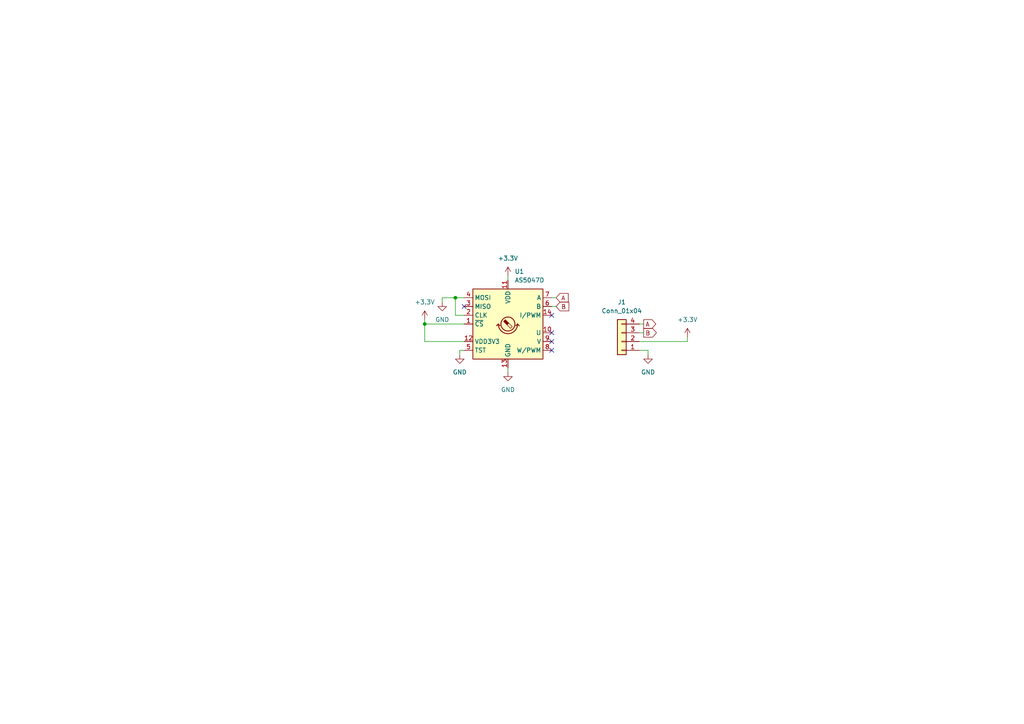
<source format=kicad_sch>
(kicad_sch (version 20230121) (generator eeschema)
  (paper "A4")
  (lib_symbols
    (symbol "Connector_Generic:Conn_01x04" (pin_names (offset 1.016) hide)
      (property "Reference" "J" (at 0 5.08 0))
      (property "Value" "Conn_01x04" (at 0 -7.62 0))
      (symbol "Conn_01x04_1_1"
        (rectangle (start -1.27 -4.953) (end 0 -5.207) (stroke (width 0.1524)))
        (rectangle (start -1.27 -2.413) (end 0 -2.667) (stroke (width 0.1524)))
        (rectangle (start -1.27 0.127) (end 0 -0.127) (stroke (width 0.1524)))
        (rectangle (start -1.27 2.667) (end 0 2.413) (stroke (width 0.1524)))
        (rectangle (start -1.27 3.81) (end 1.27 -6.35) (stroke (width 0.254)) (fill (type background)))
        (pin passive line (at -5.08 2.54 0) (length 3.81) (name "Pin_1") (number "1"))
        (pin passive line (at -5.08 0 0) (length 3.81) (name "Pin_2") (number "2"))
        (pin passive line (at -5.08 -2.54 0) (length 3.81) (name "Pin_3") (number "3"))
        (pin passive line (at -5.08 -5.08 0) (length 3.81) (name "Pin_4") (number "4"))
      )
    )
    (symbol "HS_Encoder:AS5047D"
      (property "Reference" "U" (at -8.89 11.43 0))
      (property "Value" "AS5047D" (at 5.08 11.43 0))
      (symbol "AS5047D_1_1"
        (rectangle (start -10.16 10.16) (end 10.16 -10.16) (stroke (width 0.254)) (fill (type background)))
        (arc (start -2.794 0) (mid 0 -2.7819) (end 2.794 0) (stroke (width 0.254)))
        (polyline (pts (xy -2.794 0) (xy -3.302 -0.508)) (stroke (width 0.254)))
        (polyline (pts (xy -2.794 0) (xy -2.286 -0.508)) (stroke (width 0.254)))
        (polyline (pts (xy 2.794 0) (xy 2.286 -0.508)) (stroke (width 0.254)))
        (polyline (pts (xy 2.794 0) (xy 3.302 -0.508)) (stroke (width 0.254)))
        (polyline (pts (xy 0.254 0.254) (xy 1.27 -0.762) (xy 0.762 -1.27) (xy -0.254 -0.254)))
        (polyline (pts (xy -0.762 1.27) (xy 0.254 0.254) (xy -0.254 -0.254) (xy -1.27 0.762) (xy -1.016 1.016) (xy -0.762 1.27) (xy -0.635 1.143)) (fill (type outline)))
        (circle (center 0 0) (radius 2.032) (stroke (width 0.254)))
        (pin input line (at -12.7 0 0) (length 2.54) (name "~{CS}") (number "1"))
        (pin output line (at 12.7 -2.54 180) (length 2.54) (name "U") (number "10"))
        (pin power_in line (at 0 12.7 270) (length 2.54) (name "VDD") (number "11"))
        (pin power_out line (at -12.7 -5.08 0) (length 2.54) (name "VDD3V3") (number "12"))
        (pin power_in line (at 0 -12.7 90) (length 2.54) (name "GND") (number "13"))
        (pin output line (at 12.7 2.54 180) (length 2.54) (name "I/PWM") (number "14"))
        (pin input line (at -12.7 2.54 0) (length 2.54) (name "CLK") (number "2"))
        (pin output line (at -12.7 5.08 0) (length 2.54) (name "MISO") (number "3"))
        (pin input line (at -12.7 7.62 0) (length 2.54) (name "MOSI") (number "4"))
        (pin input line (at -12.7 -7.62 0) (length 2.54) (name "TST") (number "5"))
        (pin output line (at 12.7 5.08 180) (length 2.54) (name "B") (number "6"))
        (pin output line (at 12.7 7.62 180) (length 2.54) (name "A") (number "7"))
        (pin output line (at 12.7 -7.62 180) (length 2.54) (name "W/PWM") (number "8"))
        (pin output line (at 12.7 -5.08 180) (length 2.54) (name "V") (number "9"))
      )
    )
    (symbol "power:+3.3V" (power) (pin_names (offset 0))
      (property "Value" "+3.3V" (at 0 3.556 0))
      (symbol "+3.3V_0_1"
        (polyline (pts (xy -0.762 1.27) (xy 0 2.54)))
        (polyline (pts (xy 0 0) (xy 0 2.54)))
        (polyline (pts (xy 0 2.54) (xy 0.762 1.27)))
      )
      (symbol "+3.3V_1_1"
        (pin power_in line (at 0 0 90) (length 0) hide (name "+3.3V") (number "1"))
      )
    )
    (symbol "power:GND" (power) (pin_names (offset 0))
      (property "Value" "GND" (at 0 -3.81 0))
      (symbol "GND_0_1"
        (polyline (pts (xy 0 0) (xy 0 -1.27) (xy 1.27 -1.27) (xy 0 -2.54) (xy -1.27 -1.27) (xy 0 -1.27)))
      )
      (symbol "GND_1_1"
        (pin power_in line (at 0 0 270) (length 0) hide (name "GND") (number "1"))
      )
    )
  )
  (junction (at 132.08 86.36))
  (junction (at 123.19 93.98))
  (no_connect (at 160.02 99.06))
  (no_connect (at 134.62 88.9))
  (no_connect (at 160.02 101.6))
  (no_connect (at 160.02 96.52))
  (no_connect (at 160.02 91.44))
  (wire (pts (xy 123.19 93.98) (xy 123.19 92.71)))
  (wire (pts (xy 132.08 91.44) (xy 132.08 86.36)))
  (wire (pts (xy 134.62 101.6) (xy 133.35 101.6)))
  (wire (pts (xy 133.35 101.6) (xy 133.35 102.87)))
  (wire (pts (xy 123.19 93.98) (xy 134.62 93.98)))
  (wire (pts (xy 147.32 107.95) (xy 147.32 106.68)))
  (wire (pts (xy 132.08 86.36) (xy 134.62 86.36)))
  (wire (pts (xy 199.39 97.79) (xy 199.39 99.06)))
  (wire (pts (xy 187.96 102.87) (xy 187.96 101.6)))
  (wire (pts (xy 128.27 87.63) (xy 128.27 86.36)))
  (wire (pts (xy 186.69 93.98) (xy 185.42 93.98)))
  (wire (pts (xy 134.62 99.06) (xy 123.19 99.06)))
  (wire (pts (xy 161.29 88.9) (xy 160.02 88.9)))
  (wire (pts (xy 134.62 91.44) (xy 132.08 91.44)))
  (wire (pts (xy 185.42 101.6) (xy 187.96 101.6)))
  (wire (pts (xy 161.29 86.36) (xy 160.02 86.36)))
  (wire (pts (xy 147.32 80.01) (xy 147.32 81.28)))
  (wire (pts (xy 185.42 99.06) (xy 199.39 99.06)))
  (wire (pts (xy 128.27 86.36) (xy 132.08 86.36)))
  (wire (pts (xy 123.19 99.06) (xy 123.19 93.98)))
  (wire (pts (xy 186.69 96.52) (xy 185.42 96.52)))
  (global_label "A" (shape input) (at 161.29 86.36 0) (property "Intersheetrefs" "${INTERSHEET_REFS}" (effects hide)))
  (global_label "B" (shape output) (at 186.69 96.52 0) (property "Intersheetrefs" "${INTERSHEET_REFS}" (effects hide)))
  (global_label "A" (shape output) (at 186.69 93.98 0) (property "Intersheetrefs" "${INTERSHEET_REFS}" (effects hide)))
  (global_label "B" (shape input) (at 161.29 88.9 0) (property "Intersheetrefs" "${INTERSHEET_REFS}" (effects hide)))
  (symbol (lib_id "power:GND") (at 147.32 107.95 0) (unit 1)
    (property "Reference" "#PWR03" (effects hide))
    (property "Value" "GND" (at 147.32 113.03 0))
  )
  (symbol (lib_id "power:GND") (at 187.96 102.87 0) (unit 1)
    (property "Reference" "#PWR06" (effects hide))
    (property "Value" "GND" (at 187.96 107.95 0))
  )
  (symbol (lib_id "power:+3.3V") (at 147.32 80.01 0) (unit 1)
    (property "Reference" "#PWR02" (effects hide))
    (property "Value" "+3.3V" (at 147.32 74.93 0))
  )
  (symbol (lib_id "power:GND") (at 133.35 102.87 0) (unit 1)
    (property "Reference" "#PWR04" (effects hide))
    (property "Value" "GND" (at 133.35 107.95 0))
  )
  (symbol (lib_id "power:+3.3V") (at 123.19 92.71 0) (unit 1)
    (property "Reference" "#PWR01" (effects hide))
    (property "Value" "+3.3V" (at 123.19 87.63 0))
  )
  (symbol (lib_id "power:+3.3V") (at 199.39 97.79 0) (unit 1)
    (property "Reference" "#PWR07" (effects hide))
    (property "Value" "+3.3V" (at 199.39 92.71 0))
  )
  (symbol (lib_id "power:GND") (at 128.27 87.63 0) (unit 1)
    (property "Reference" "#PWR05" (effects hide))
    (property "Value" "GND" (at 128.27 92.71 0))
  )
  (symbol (lib_id "HS_Encoder:AS5047D") (at 147.32 93.98 0) (unit 1)
    (property "Reference" "U1" (at 149.2759 78.74 0) (effects (justify left)))
    (property "Value" "AS5047D" (at 149.2759 81.28 0) (effects (justify left)))
    (property "Footprint" "Package_SO_HS:TSSOP-14_4.4x5mm_P0.65mm" (effects hide))
    (property "Datasheet" "https://ams.com/documents/20143/36005/AS5047D_DS000394_2-00.pdf" (effects hide))
  )
  (symbol (lib_id "Connector_Generic:Conn_01x04") (at 180.34 99.06 180) (unit 1)
    (property "Reference" "J1" (at 180.34 87.63 0))
    (property "Value" "Conn_01x04" (at 180.34 90.17 0))
    (property "Footprint" "uglyEncoder_HS:uglyEncoder" (effects hide))
  )
)
</source>
